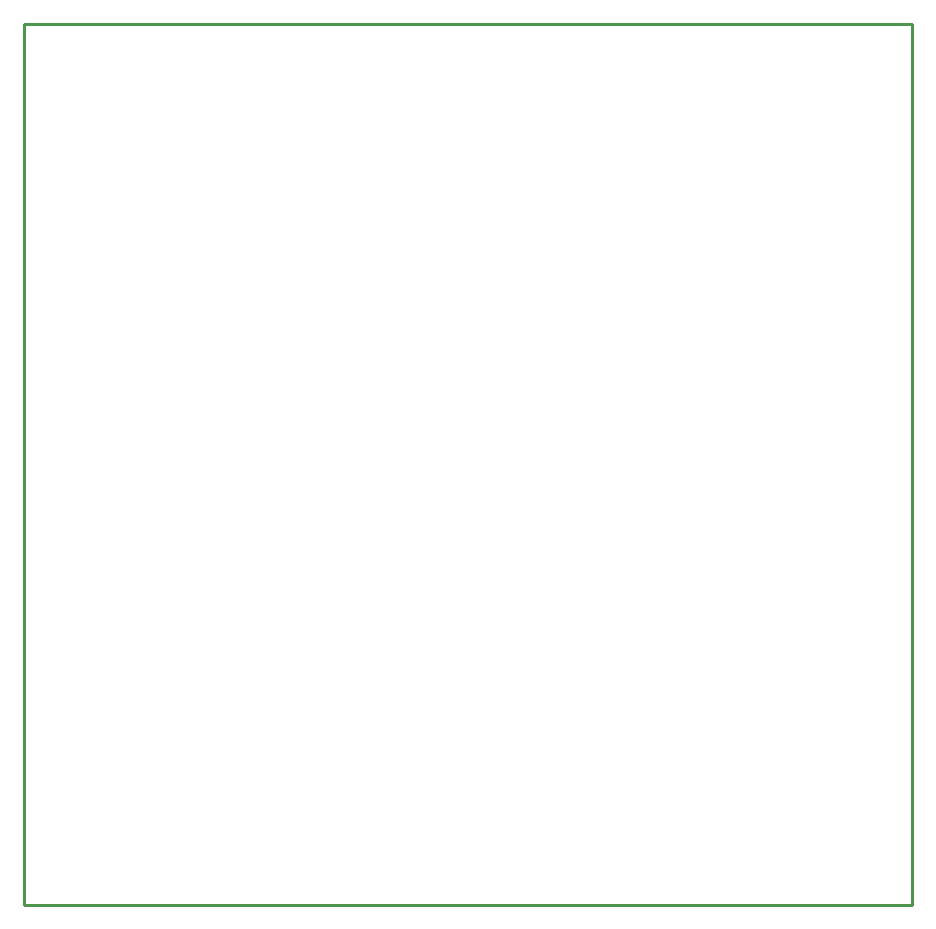
<source format=gbr>
%TF.GenerationSoftware,KiCad,Pcbnew,no-vcs-found-ad9916e~61~ubuntu16.04.1*%
%TF.CreationDate,2017-11-07T23:11:51+02:00*%
%TF.ProjectId,noname,6E6F6E616D652E6B696361645F706362,C*%
%TF.SameCoordinates,Original*%
%TF.FileFunction,Profile,NP*%
%FSLAX46Y46*%
G04 Gerber Fmt 4.6, Leading zero omitted, Abs format (unit mm)*
G04 Created by KiCad (PCBNEW no-vcs-found-ad9916e~61~ubuntu16.04.1) date Tue Nov  7 23:11:51 2017*
%MOMM*%
%LPD*%
G01*
G04 APERTURE LIST*
%ADD10C,0.254000*%
G04 APERTURE END LIST*
D10*
X69596000Y-141732000D02*
X144800115Y-141732000D01*
X69600000Y-67100000D02*
X144800000Y-67100000D01*
X69596000Y-141732000D02*
X69600000Y-67100000D01*
X144800000Y-141732000D02*
X144800000Y-67100000D01*
M02*

</source>
